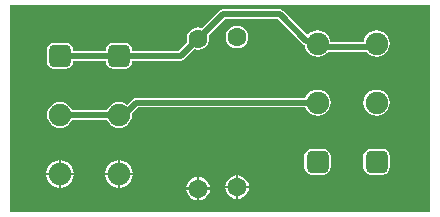
<source format=gbr>
%TF.GenerationSoftware,Altium Limited,Altium Designer,24.7.2 (38)*%
G04 Layer_Physical_Order=1*
G04 Layer_Color=255*
%FSLAX43Y43*%
%MOMM*%
%TF.SameCoordinates,D15D1D2A-FCB6-4C81-826D-5CEFA5F89A76*%
%TF.FilePolarity,Positive*%
%TF.FileFunction,Copper,L1,Top,Signal*%
%TF.Part,Single*%
G01*
G75*
%TA.AperFunction,Conductor*%
%ADD10C,0.500*%
%TA.AperFunction,ComponentPad*%
%ADD11C,1.600*%
G04:AMPARAMS|DCode=12|XSize=1.9mm|YSize=1.9mm|CornerRadius=0.475mm|HoleSize=0mm|Usage=FLASHONLY|Rotation=90.000|XOffset=0mm|YOffset=0mm|HoleType=Round|Shape=RoundedRectangle|*
%AMROUNDEDRECTD12*
21,1,1.900,0.950,0,0,90.0*
21,1,0.950,1.900,0,0,90.0*
1,1,0.950,0.475,0.475*
1,1,0.950,0.475,-0.475*
1,1,0.950,-0.475,-0.475*
1,1,0.950,-0.475,0.475*
%
%ADD12ROUNDEDRECTD12*%
%ADD13C,1.900*%
G36*
X35745Y255D02*
X255D01*
Y17779D01*
X35745D01*
Y255D01*
D02*
G37*
%LPC*%
G36*
X19437Y16013D02*
X19189Y15981D01*
X18957Y15885D01*
X18759Y15732D01*
X18606Y15534D01*
X18510Y15302D01*
X18478Y15054D01*
X18510Y14806D01*
X18606Y14574D01*
X18759Y14376D01*
X18957Y14223D01*
X19189Y14127D01*
X19437Y14095D01*
X19685Y14127D01*
X19917Y14223D01*
X20115Y14376D01*
X20268Y14574D01*
X20363Y14806D01*
X20396Y15054D01*
X20363Y15302D01*
X20268Y15534D01*
X20115Y15732D01*
X19917Y15885D01*
X19685Y15981D01*
X19437Y16013D01*
D02*
G37*
G36*
X23054Y17409D02*
X18208D01*
X18051Y17378D01*
X17919Y17289D01*
X16454Y15824D01*
X16383Y15854D01*
X16135Y15886D01*
X15887Y15854D01*
X15655Y15758D01*
X15457Y15605D01*
X15304Y15407D01*
X15208Y15175D01*
X15176Y14927D01*
X15208Y14679D01*
X15238Y14608D01*
X14497Y13867D01*
X10558D01*
Y13933D01*
X10510Y14177D01*
X10371Y14384D01*
X10164Y14523D01*
X9920Y14571D01*
X8970D01*
X8726Y14523D01*
X8519Y14384D01*
X8380Y14177D01*
X8332Y13933D01*
Y13867D01*
X5558D01*
Y13933D01*
X5510Y14177D01*
X5371Y14384D01*
X5164Y14523D01*
X4920Y14571D01*
X3970D01*
X3726Y14523D01*
X3519Y14384D01*
X3380Y14177D01*
X3332Y13933D01*
Y12983D01*
X3380Y12739D01*
X3519Y12532D01*
X3726Y12393D01*
X3970Y12345D01*
X4920D01*
X5164Y12393D01*
X5371Y12532D01*
X5510Y12739D01*
X5558Y12983D01*
Y13049D01*
X8332D01*
Y12983D01*
X8380Y12739D01*
X8519Y12532D01*
X8726Y12393D01*
X8970Y12345D01*
X9920D01*
X10164Y12393D01*
X10371Y12532D01*
X10510Y12739D01*
X10558Y12983D01*
Y13049D01*
X14666D01*
X14822Y13080D01*
X14955Y13169D01*
X15816Y14030D01*
X15887Y14000D01*
X16135Y13968D01*
X16383Y14000D01*
X16615Y14096D01*
X16813Y14249D01*
X16966Y14447D01*
X17061Y14679D01*
X17094Y14927D01*
X17061Y15175D01*
X17032Y15246D01*
X18377Y16591D01*
X22885D01*
X25013Y14463D01*
X25145Y14374D01*
X25156Y14372D01*
X25177Y14213D01*
X25288Y13945D01*
X25465Y13715D01*
X25695Y13538D01*
X25963Y13427D01*
X26250Y13389D01*
X26537Y13427D01*
X26805Y13538D01*
X27035Y13715D01*
X27097Y13795D01*
X30403D01*
X30465Y13715D01*
X30695Y13538D01*
X30963Y13427D01*
X31250Y13389D01*
X31537Y13427D01*
X31805Y13538D01*
X32035Y13715D01*
X32212Y13945D01*
X32323Y14213D01*
X32361Y14500D01*
X32323Y14787D01*
X32212Y15055D01*
X32035Y15285D01*
X31805Y15462D01*
X31537Y15573D01*
X31250Y15611D01*
X30963Y15573D01*
X30695Y15462D01*
X30465Y15285D01*
X30288Y15055D01*
X30177Y14787D01*
X30154Y14613D01*
X27346D01*
X27323Y14787D01*
X27212Y15055D01*
X27035Y15285D01*
X26805Y15462D01*
X26537Y15573D01*
X26250Y15611D01*
X25963Y15573D01*
X25695Y15462D01*
X25465Y15285D01*
X25354Y15278D01*
X23343Y17289D01*
X23210Y17378D01*
X23054Y17409D01*
D02*
G37*
G36*
X26250Y10611D02*
X25963Y10573D01*
X25695Y10462D01*
X25465Y10285D01*
X25288Y10055D01*
X25228Y9909D01*
X10907D01*
X10750Y9878D01*
X10618Y9789D01*
X10141Y9312D01*
X10000Y9420D01*
X9732Y9531D01*
X9445Y9569D01*
X9158Y9531D01*
X8890Y9420D01*
X8660Y9243D01*
X8483Y9013D01*
X8423Y8867D01*
X5467D01*
X5407Y9013D01*
X5230Y9243D01*
X5000Y9420D01*
X4732Y9531D01*
X4445Y9569D01*
X4157Y9531D01*
X3890Y9420D01*
X3660Y9243D01*
X3483Y9013D01*
X3372Y8745D01*
X3334Y8458D01*
X3372Y8171D01*
X3483Y7903D01*
X3660Y7673D01*
X3890Y7496D01*
X4157Y7385D01*
X4445Y7348D01*
X4732Y7385D01*
X5000Y7496D01*
X5230Y7673D01*
X5407Y7903D01*
X5467Y8049D01*
X8423D01*
X8483Y7903D01*
X8660Y7673D01*
X8890Y7496D01*
X9158Y7385D01*
X9445Y7348D01*
X9732Y7385D01*
X10000Y7496D01*
X10230Y7673D01*
X10407Y7903D01*
X10518Y8171D01*
X10555Y8458D01*
X10542Y8557D01*
X11076Y9091D01*
X25228D01*
X25288Y8945D01*
X25465Y8715D01*
X25695Y8538D01*
X25963Y8427D01*
X26250Y8389D01*
X26537Y8427D01*
X26805Y8538D01*
X27035Y8715D01*
X27212Y8945D01*
X27323Y9213D01*
X27361Y9500D01*
X27323Y9787D01*
X27212Y10055D01*
X27035Y10285D01*
X26805Y10462D01*
X26537Y10573D01*
X26250Y10611D01*
D02*
G37*
G36*
X31250D02*
X30963Y10573D01*
X30695Y10462D01*
X30465Y10285D01*
X30288Y10055D01*
X30177Y9787D01*
X30139Y9500D01*
X30177Y9213D01*
X30288Y8945D01*
X30465Y8715D01*
X30695Y8538D01*
X30963Y8427D01*
X31250Y8389D01*
X31537Y8427D01*
X31805Y8538D01*
X32035Y8715D01*
X32212Y8945D01*
X32323Y9213D01*
X32361Y9500D01*
X32323Y9787D01*
X32212Y10055D01*
X32035Y10285D01*
X31805Y10462D01*
X31537Y10573D01*
X31250Y10611D01*
D02*
G37*
G36*
X9545Y4605D02*
Y3558D01*
X10592D01*
X10565Y3758D01*
X10449Y4038D01*
X10265Y4278D01*
X10025Y4463D01*
X9745Y4578D01*
X9545Y4605D01*
D02*
G37*
G36*
X4545D02*
Y3558D01*
X5592D01*
X5565Y3758D01*
X5449Y4038D01*
X5265Y4278D01*
X5025Y4463D01*
X4745Y4578D01*
X4545Y4605D01*
D02*
G37*
G36*
X4345D02*
X4145Y4578D01*
X3865Y4463D01*
X3625Y4278D01*
X3440Y4038D01*
X3325Y3758D01*
X3298Y3558D01*
X4345D01*
Y4605D01*
D02*
G37*
G36*
X9345D02*
X9145Y4578D01*
X8865Y4463D01*
X8625Y4278D01*
X8440Y4038D01*
X8325Y3758D01*
X8298Y3558D01*
X9345D01*
Y4605D01*
D02*
G37*
G36*
X31725Y5613D02*
X30775D01*
X30531Y5565D01*
X30324Y5426D01*
X30185Y5219D01*
X30137Y4975D01*
Y4025D01*
X30185Y3781D01*
X30324Y3574D01*
X30531Y3435D01*
X30775Y3387D01*
X31725D01*
X31969Y3435D01*
X32176Y3574D01*
X32315Y3781D01*
X32363Y4025D01*
Y4975D01*
X32315Y5219D01*
X32176Y5426D01*
X31969Y5565D01*
X31725Y5613D01*
D02*
G37*
G36*
X26725D02*
X25775D01*
X25531Y5565D01*
X25324Y5426D01*
X25185Y5219D01*
X25137Y4975D01*
Y4025D01*
X25185Y3781D01*
X25324Y3574D01*
X25531Y3435D01*
X25775Y3387D01*
X26725D01*
X26969Y3435D01*
X27176Y3574D01*
X27315Y3781D01*
X27363Y4025D01*
Y4975D01*
X27315Y5219D01*
X27176Y5426D01*
X26969Y5565D01*
X26725Y5613D01*
D02*
G37*
G36*
X19537Y3349D02*
Y2454D01*
X20432D01*
X20411Y2615D01*
X20310Y2858D01*
X20150Y3067D01*
X19941Y3227D01*
X19698Y3328D01*
X19537Y3349D01*
D02*
G37*
G36*
X19337Y3349D02*
X19176Y3328D01*
X18933Y3227D01*
X18724Y3067D01*
X18563Y2858D01*
X18463Y2615D01*
X18441Y2454D01*
X19337D01*
Y3349D01*
D02*
G37*
G36*
X16235Y3222D02*
Y2327D01*
X17130D01*
X17109Y2488D01*
X17008Y2731D01*
X16848Y2940D01*
X16639Y3101D01*
X16396Y3201D01*
X16235Y3222D01*
D02*
G37*
G36*
X16035D02*
X15874Y3201D01*
X15631Y3101D01*
X15422Y2940D01*
X15261Y2731D01*
X15161Y2488D01*
X15139Y2327D01*
X16035D01*
Y3222D01*
D02*
G37*
G36*
X10592Y3358D02*
X9545D01*
Y2311D01*
X9745Y2338D01*
X10025Y2454D01*
X10265Y2638D01*
X10449Y2878D01*
X10565Y3158D01*
X10592Y3358D01*
D02*
G37*
G36*
X5592D02*
X4545D01*
Y2311D01*
X4745Y2338D01*
X5025Y2454D01*
X5265Y2638D01*
X5449Y2878D01*
X5565Y3158D01*
X5592Y3358D01*
D02*
G37*
G36*
X9345D02*
X8298D01*
X8325Y3158D01*
X8440Y2878D01*
X8625Y2638D01*
X8865Y2454D01*
X9145Y2338D01*
X9345Y2311D01*
Y3358D01*
D02*
G37*
G36*
X4345D02*
X3298D01*
X3325Y3158D01*
X3440Y2878D01*
X3625Y2638D01*
X3865Y2454D01*
X4145Y2338D01*
X4345Y2311D01*
Y3358D01*
D02*
G37*
G36*
X20432Y2254D02*
X19537D01*
Y1359D01*
X19698Y1380D01*
X19941Y1481D01*
X20150Y1641D01*
X20310Y1850D01*
X20411Y2093D01*
X20432Y2254D01*
D02*
G37*
G36*
X19337D02*
X18441D01*
X18463Y2093D01*
X18563Y1850D01*
X18724Y1641D01*
X18933Y1481D01*
X19176Y1380D01*
X19337Y1359D01*
Y2254D01*
D02*
G37*
G36*
X17130Y2127D02*
X16235D01*
Y1232D01*
X16396Y1253D01*
X16639Y1354D01*
X16848Y1514D01*
X17008Y1723D01*
X17109Y1966D01*
X17130Y2127D01*
D02*
G37*
G36*
X16035D02*
X15139D01*
X15161Y1966D01*
X15261Y1723D01*
X15422Y1514D01*
X15631Y1354D01*
X15874Y1253D01*
X16035Y1232D01*
Y2127D01*
D02*
G37*
%LPD*%
D10*
X23054Y17000D02*
X25302Y14752D01*
X16135Y14927D02*
X18208Y17000D01*
X23054D01*
X14666Y13458D02*
X16135Y14927D01*
X26202Y14752D02*
X26454Y14500D01*
X25302Y14752D02*
X26202D01*
X10907Y9500D02*
X26454D01*
X10133Y8726D02*
X10907Y9500D01*
X31407Y9157D02*
X31454Y9204D01*
X9513Y8726D02*
X10133D01*
X9245Y8458D02*
X9513Y8726D01*
X4245Y8458D02*
X9245D01*
X26454Y14204D02*
X31454D01*
X9245Y13458D02*
X14666D01*
X4245D02*
X9245D01*
D11*
X19437Y15054D02*
D03*
Y2354D02*
D03*
X16135Y2227D02*
D03*
Y14927D02*
D03*
D12*
X26250Y4500D02*
D03*
X31250D02*
D03*
X9445Y13458D02*
D03*
X4445D02*
D03*
D13*
X26250Y9500D02*
D03*
X31250D02*
D03*
Y14500D02*
D03*
X26250D02*
D03*
X9445Y8458D02*
D03*
X4445D02*
D03*
Y3458D02*
D03*
X9445D02*
D03*
%TF.MD5,ea4240742afa7c457bb4a174fdae5185*%
M02*

</source>
